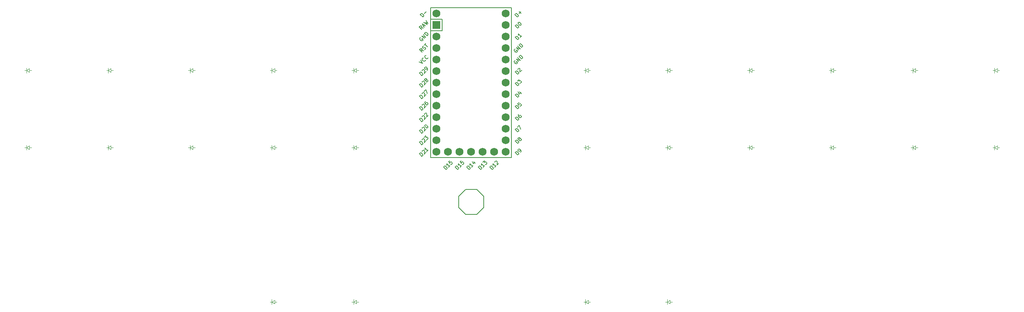
<source format=gbr>
%TF.GenerationSoftware,KiCad,Pcbnew,9.0.0*%
%TF.CreationDate,2025-03-10T18:29:08+01:00*%
%TF.ProjectId,pcb,7063622e-6b69-4636-9164-5f7063625858,v1.0.0*%
%TF.SameCoordinates,Original*%
%TF.FileFunction,Legend,Top*%
%TF.FilePolarity,Positive*%
%FSLAX46Y46*%
G04 Gerber Fmt 4.6, Leading zero omitted, Abs format (unit mm)*
G04 Created by KiCad (PCBNEW 9.0.0) date 2025-03-10 18:29:08*
%MOMM*%
%LPD*%
G01*
G04 APERTURE LIST*
%ADD10C,0.150000*%
%ADD11C,0.100000*%
%ADD12R,1.752600X1.752600*%
%ADD13C,1.752600*%
G04 APERTURE END LIST*
D10*
X207738651Y-96483710D02*
X207172966Y-95918025D01*
X207172966Y-95918025D02*
X207307653Y-95783338D01*
X207307653Y-95783338D02*
X207415403Y-95729463D01*
X207415403Y-95729463D02*
X207523152Y-95729463D01*
X207523152Y-95729463D02*
X207603964Y-95756401D01*
X207603964Y-95756401D02*
X207738651Y-95837213D01*
X207738651Y-95837213D02*
X207819464Y-95918025D01*
X207819464Y-95918025D02*
X207900276Y-96052712D01*
X207900276Y-96052712D02*
X207927213Y-96133524D01*
X207927213Y-96133524D02*
X207927213Y-96241274D01*
X207927213Y-96241274D02*
X207873338Y-96349023D01*
X207873338Y-96349023D02*
X207738651Y-96483710D01*
X208008025Y-95082966D02*
X207738651Y-95352340D01*
X207738651Y-95352340D02*
X207981088Y-95648651D01*
X207981088Y-95648651D02*
X207981088Y-95594776D01*
X207981088Y-95594776D02*
X208008025Y-95513964D01*
X208008025Y-95513964D02*
X208142712Y-95379277D01*
X208142712Y-95379277D02*
X208223525Y-95352340D01*
X208223525Y-95352340D02*
X208277399Y-95352340D01*
X208277399Y-95352340D02*
X208358212Y-95379277D01*
X208358212Y-95379277D02*
X208492899Y-95513964D01*
X208492899Y-95513964D02*
X208519836Y-95594776D01*
X208519836Y-95594776D02*
X208519836Y-95648651D01*
X208519836Y-95648651D02*
X208492899Y-95729463D01*
X208492899Y-95729463D02*
X208358212Y-95864150D01*
X208358212Y-95864150D02*
X208277399Y-95891088D01*
X208277399Y-95891088D02*
X208223525Y-95891088D01*
X207738651Y-88863710D02*
X207172966Y-88298025D01*
X207172966Y-88298025D02*
X207307653Y-88163338D01*
X207307653Y-88163338D02*
X207415403Y-88109463D01*
X207415403Y-88109463D02*
X207523152Y-88109463D01*
X207523152Y-88109463D02*
X207603964Y-88136401D01*
X207603964Y-88136401D02*
X207738651Y-88217213D01*
X207738651Y-88217213D02*
X207819464Y-88298025D01*
X207819464Y-88298025D02*
X207900276Y-88432712D01*
X207900276Y-88432712D02*
X207927213Y-88513524D01*
X207927213Y-88513524D02*
X207927213Y-88621274D01*
X207927213Y-88621274D02*
X207873338Y-88729023D01*
X207873338Y-88729023D02*
X207738651Y-88863710D01*
X207765589Y-87813152D02*
X207765589Y-87759277D01*
X207765589Y-87759277D02*
X207792526Y-87678465D01*
X207792526Y-87678465D02*
X207927213Y-87543778D01*
X207927213Y-87543778D02*
X208008025Y-87516840D01*
X208008025Y-87516840D02*
X208061900Y-87516840D01*
X208061900Y-87516840D02*
X208142712Y-87543778D01*
X208142712Y-87543778D02*
X208196587Y-87597653D01*
X208196587Y-87597653D02*
X208250462Y-87705402D01*
X208250462Y-87705402D02*
X208250462Y-88351900D01*
X208250462Y-88351900D02*
X208600648Y-88001714D01*
X186669277Y-106913085D02*
X186103592Y-106347399D01*
X186103592Y-106347399D02*
X186238279Y-106212712D01*
X186238279Y-106212712D02*
X186346028Y-106158838D01*
X186346028Y-106158838D02*
X186453778Y-106158838D01*
X186453778Y-106158838D02*
X186534590Y-106185775D01*
X186534590Y-106185775D02*
X186669277Y-106266587D01*
X186669277Y-106266587D02*
X186750089Y-106347399D01*
X186750089Y-106347399D02*
X186830901Y-106482086D01*
X186830901Y-106482086D02*
X186857839Y-106562899D01*
X186857839Y-106562899D02*
X186857839Y-106670648D01*
X186857839Y-106670648D02*
X186803964Y-106778398D01*
X186803964Y-106778398D02*
X186669277Y-106913085D01*
X186696214Y-105862526D02*
X186696214Y-105808651D01*
X186696214Y-105808651D02*
X186723152Y-105727839D01*
X186723152Y-105727839D02*
X186857839Y-105593152D01*
X186857839Y-105593152D02*
X186938651Y-105566215D01*
X186938651Y-105566215D02*
X186992526Y-105566215D01*
X186992526Y-105566215D02*
X187073338Y-105593152D01*
X187073338Y-105593152D02*
X187127213Y-105647027D01*
X187127213Y-105647027D02*
X187181088Y-105754777D01*
X187181088Y-105754777D02*
X187181088Y-106401274D01*
X187181088Y-106401274D02*
X187531274Y-106051088D01*
X188070022Y-105512340D02*
X187746773Y-105835589D01*
X187908398Y-105673964D02*
X187342712Y-105108279D01*
X187342712Y-105108279D02*
X187369650Y-105242966D01*
X187369650Y-105242966D02*
X187369650Y-105350715D01*
X187369650Y-105350715D02*
X187342712Y-105431528D01*
X186669277Y-91673085D02*
X186103592Y-91107399D01*
X186103592Y-91107399D02*
X186238279Y-90972712D01*
X186238279Y-90972712D02*
X186346028Y-90918838D01*
X186346028Y-90918838D02*
X186453778Y-90918838D01*
X186453778Y-90918838D02*
X186534590Y-90945775D01*
X186534590Y-90945775D02*
X186669277Y-91026587D01*
X186669277Y-91026587D02*
X186750089Y-91107399D01*
X186750089Y-91107399D02*
X186830901Y-91242086D01*
X186830901Y-91242086D02*
X186857839Y-91322899D01*
X186857839Y-91322899D02*
X186857839Y-91430648D01*
X186857839Y-91430648D02*
X186803964Y-91538398D01*
X186803964Y-91538398D02*
X186669277Y-91673085D01*
X186696214Y-90622526D02*
X186696214Y-90568651D01*
X186696214Y-90568651D02*
X186723152Y-90487839D01*
X186723152Y-90487839D02*
X186857839Y-90353152D01*
X186857839Y-90353152D02*
X186938651Y-90326215D01*
X186938651Y-90326215D02*
X186992526Y-90326215D01*
X186992526Y-90326215D02*
X187073338Y-90353152D01*
X187073338Y-90353152D02*
X187127213Y-90407027D01*
X187127213Y-90407027D02*
X187181088Y-90514777D01*
X187181088Y-90514777D02*
X187181088Y-91161274D01*
X187181088Y-91161274D02*
X187531274Y-90811088D01*
X187531274Y-90164590D02*
X187450462Y-90191528D01*
X187450462Y-90191528D02*
X187396587Y-90191528D01*
X187396587Y-90191528D02*
X187315775Y-90164590D01*
X187315775Y-90164590D02*
X187288837Y-90137653D01*
X187288837Y-90137653D02*
X187261900Y-90056841D01*
X187261900Y-90056841D02*
X187261900Y-90002966D01*
X187261900Y-90002966D02*
X187288837Y-89922154D01*
X187288837Y-89922154D02*
X187396587Y-89814404D01*
X187396587Y-89814404D02*
X187477399Y-89787467D01*
X187477399Y-89787467D02*
X187531274Y-89787467D01*
X187531274Y-89787467D02*
X187612086Y-89814404D01*
X187612086Y-89814404D02*
X187639024Y-89841341D01*
X187639024Y-89841341D02*
X187665961Y-89922154D01*
X187665961Y-89922154D02*
X187665961Y-89976028D01*
X187665961Y-89976028D02*
X187639024Y-90056841D01*
X187639024Y-90056841D02*
X187531274Y-90164590D01*
X187531274Y-90164590D02*
X187504337Y-90245402D01*
X187504337Y-90245402D02*
X187504337Y-90299277D01*
X187504337Y-90299277D02*
X187531274Y-90380089D01*
X187531274Y-90380089D02*
X187639024Y-90487839D01*
X187639024Y-90487839D02*
X187719836Y-90514776D01*
X187719836Y-90514776D02*
X187773711Y-90514776D01*
X187773711Y-90514776D02*
X187854523Y-90487839D01*
X187854523Y-90487839D02*
X187962272Y-90380089D01*
X187962272Y-90380089D02*
X187989210Y-90299277D01*
X187989210Y-90299277D02*
X187989210Y-90245402D01*
X187989210Y-90245402D02*
X187962272Y-90164590D01*
X187962272Y-90164590D02*
X187854523Y-90056841D01*
X187854523Y-90056841D02*
X187773711Y-90029903D01*
X187773711Y-90029903D02*
X187719836Y-90029903D01*
X187719836Y-90029903D02*
X187639024Y-90056841D01*
X207186435Y-85798431D02*
X207105623Y-85825368D01*
X207105623Y-85825368D02*
X207024811Y-85906180D01*
X207024811Y-85906180D02*
X206970936Y-86013930D01*
X206970936Y-86013930D02*
X206970936Y-86121680D01*
X206970936Y-86121680D02*
X206997873Y-86202492D01*
X206997873Y-86202492D02*
X207078685Y-86337179D01*
X207078685Y-86337179D02*
X207159498Y-86417991D01*
X207159498Y-86417991D02*
X207294185Y-86498803D01*
X207294185Y-86498803D02*
X207374997Y-86525741D01*
X207374997Y-86525741D02*
X207482746Y-86525741D01*
X207482746Y-86525741D02*
X207590496Y-86471866D01*
X207590496Y-86471866D02*
X207644371Y-86417991D01*
X207644371Y-86417991D02*
X207698246Y-86310241D01*
X207698246Y-86310241D02*
X207698246Y-86256367D01*
X207698246Y-86256367D02*
X207509684Y-86067805D01*
X207509684Y-86067805D02*
X207401934Y-86175554D01*
X207994557Y-86067805D02*
X207428872Y-85502119D01*
X207428872Y-85502119D02*
X208317806Y-85744556D01*
X208317806Y-85744556D02*
X207752120Y-85178871D01*
X208587180Y-85475182D02*
X208021494Y-84909497D01*
X208021494Y-84909497D02*
X208156181Y-84774810D01*
X208156181Y-84774810D02*
X208263931Y-84720935D01*
X208263931Y-84720935D02*
X208371680Y-84720935D01*
X208371680Y-84720935D02*
X208452493Y-84747872D01*
X208452493Y-84747872D02*
X208587180Y-84828685D01*
X208587180Y-84828685D02*
X208667992Y-84909497D01*
X208667992Y-84909497D02*
X208748804Y-85044184D01*
X208748804Y-85044184D02*
X208775741Y-85124996D01*
X208775741Y-85124996D02*
X208775741Y-85232746D01*
X208775741Y-85232746D02*
X208721867Y-85340495D01*
X208721867Y-85340495D02*
X208587180Y-85475182D01*
X186669277Y-101833085D02*
X186103592Y-101267399D01*
X186103592Y-101267399D02*
X186238279Y-101132712D01*
X186238279Y-101132712D02*
X186346028Y-101078838D01*
X186346028Y-101078838D02*
X186453778Y-101078838D01*
X186453778Y-101078838D02*
X186534590Y-101105775D01*
X186534590Y-101105775D02*
X186669277Y-101186587D01*
X186669277Y-101186587D02*
X186750089Y-101267399D01*
X186750089Y-101267399D02*
X186830901Y-101402086D01*
X186830901Y-101402086D02*
X186857839Y-101482899D01*
X186857839Y-101482899D02*
X186857839Y-101590648D01*
X186857839Y-101590648D02*
X186803964Y-101698398D01*
X186803964Y-101698398D02*
X186669277Y-101833085D01*
X186696214Y-100782526D02*
X186696214Y-100728651D01*
X186696214Y-100728651D02*
X186723152Y-100647839D01*
X186723152Y-100647839D02*
X186857839Y-100513152D01*
X186857839Y-100513152D02*
X186938651Y-100486215D01*
X186938651Y-100486215D02*
X186992526Y-100486215D01*
X186992526Y-100486215D02*
X187073338Y-100513152D01*
X187073338Y-100513152D02*
X187127213Y-100567027D01*
X187127213Y-100567027D02*
X187181088Y-100674777D01*
X187181088Y-100674777D02*
X187181088Y-101321274D01*
X187181088Y-101321274D02*
X187531274Y-100971088D01*
X187315775Y-100055216D02*
X187369650Y-100001341D01*
X187369650Y-100001341D02*
X187450462Y-99974404D01*
X187450462Y-99974404D02*
X187504337Y-99974404D01*
X187504337Y-99974404D02*
X187585149Y-100001341D01*
X187585149Y-100001341D02*
X187719836Y-100082154D01*
X187719836Y-100082154D02*
X187854523Y-100216841D01*
X187854523Y-100216841D02*
X187935335Y-100351528D01*
X187935335Y-100351528D02*
X187962272Y-100432340D01*
X187962272Y-100432340D02*
X187962272Y-100486215D01*
X187962272Y-100486215D02*
X187935335Y-100567027D01*
X187935335Y-100567027D02*
X187881460Y-100620902D01*
X187881460Y-100620902D02*
X187800648Y-100647839D01*
X187800648Y-100647839D02*
X187746773Y-100647839D01*
X187746773Y-100647839D02*
X187665961Y-100620902D01*
X187665961Y-100620902D02*
X187531274Y-100540089D01*
X187531274Y-100540089D02*
X187396587Y-100405402D01*
X187396587Y-100405402D02*
X187315775Y-100270715D01*
X187315775Y-100270715D02*
X187288837Y-100189903D01*
X187288837Y-100189903D02*
X187288837Y-100136028D01*
X187288837Y-100136028D02*
X187315775Y-100055216D01*
X207186435Y-83258431D02*
X207105623Y-83285368D01*
X207105623Y-83285368D02*
X207024811Y-83366180D01*
X207024811Y-83366180D02*
X206970936Y-83473930D01*
X206970936Y-83473930D02*
X206970936Y-83581680D01*
X206970936Y-83581680D02*
X206997873Y-83662492D01*
X206997873Y-83662492D02*
X207078685Y-83797179D01*
X207078685Y-83797179D02*
X207159498Y-83877991D01*
X207159498Y-83877991D02*
X207294185Y-83958803D01*
X207294185Y-83958803D02*
X207374997Y-83985741D01*
X207374997Y-83985741D02*
X207482746Y-83985741D01*
X207482746Y-83985741D02*
X207590496Y-83931866D01*
X207590496Y-83931866D02*
X207644371Y-83877991D01*
X207644371Y-83877991D02*
X207698246Y-83770241D01*
X207698246Y-83770241D02*
X207698246Y-83716367D01*
X207698246Y-83716367D02*
X207509684Y-83527805D01*
X207509684Y-83527805D02*
X207401934Y-83635554D01*
X207994557Y-83527805D02*
X207428872Y-82962119D01*
X207428872Y-82962119D02*
X208317806Y-83204556D01*
X208317806Y-83204556D02*
X207752120Y-82638871D01*
X208587180Y-82935182D02*
X208021494Y-82369497D01*
X208021494Y-82369497D02*
X208156181Y-82234810D01*
X208156181Y-82234810D02*
X208263931Y-82180935D01*
X208263931Y-82180935D02*
X208371680Y-82180935D01*
X208371680Y-82180935D02*
X208452493Y-82207872D01*
X208452493Y-82207872D02*
X208587180Y-82288685D01*
X208587180Y-82288685D02*
X208667992Y-82369497D01*
X208667992Y-82369497D02*
X208748804Y-82504184D01*
X208748804Y-82504184D02*
X208775741Y-82584996D01*
X208775741Y-82584996D02*
X208775741Y-82692746D01*
X208775741Y-82692746D02*
X208721867Y-82800495D01*
X208721867Y-82800495D02*
X208587180Y-82935182D01*
X194529277Y-109843085D02*
X193963592Y-109277399D01*
X193963592Y-109277399D02*
X194098279Y-109142712D01*
X194098279Y-109142712D02*
X194206028Y-109088838D01*
X194206028Y-109088838D02*
X194313778Y-109088838D01*
X194313778Y-109088838D02*
X194394590Y-109115775D01*
X194394590Y-109115775D02*
X194529277Y-109196587D01*
X194529277Y-109196587D02*
X194610089Y-109277399D01*
X194610089Y-109277399D02*
X194690901Y-109412086D01*
X194690901Y-109412086D02*
X194717839Y-109492899D01*
X194717839Y-109492899D02*
X194717839Y-109600648D01*
X194717839Y-109600648D02*
X194663964Y-109708398D01*
X194663964Y-109708398D02*
X194529277Y-109843085D01*
X195391274Y-108981088D02*
X195068025Y-109304337D01*
X195229649Y-109142712D02*
X194663964Y-108577027D01*
X194663964Y-108577027D02*
X194690901Y-108711714D01*
X194690901Y-108711714D02*
X194690901Y-108819464D01*
X194690901Y-108819464D02*
X194663964Y-108900276D01*
X195337399Y-107903592D02*
X195068025Y-108172966D01*
X195068025Y-108172966D02*
X195310462Y-108469277D01*
X195310462Y-108469277D02*
X195310462Y-108415402D01*
X195310462Y-108415402D02*
X195337399Y-108334590D01*
X195337399Y-108334590D02*
X195472086Y-108199903D01*
X195472086Y-108199903D02*
X195552898Y-108172966D01*
X195552898Y-108172966D02*
X195606773Y-108172966D01*
X195606773Y-108172966D02*
X195687585Y-108199903D01*
X195687585Y-108199903D02*
X195822272Y-108334590D01*
X195822272Y-108334590D02*
X195849210Y-108415402D01*
X195849210Y-108415402D02*
X195849210Y-108469277D01*
X195849210Y-108469277D02*
X195822272Y-108550089D01*
X195822272Y-108550089D02*
X195687585Y-108684776D01*
X195687585Y-108684776D02*
X195606773Y-108711714D01*
X195606773Y-108711714D02*
X195552898Y-108711714D01*
X186669277Y-99293085D02*
X186103592Y-98727399D01*
X186103592Y-98727399D02*
X186238279Y-98592712D01*
X186238279Y-98592712D02*
X186346028Y-98538838D01*
X186346028Y-98538838D02*
X186453778Y-98538838D01*
X186453778Y-98538838D02*
X186534590Y-98565775D01*
X186534590Y-98565775D02*
X186669277Y-98646587D01*
X186669277Y-98646587D02*
X186750089Y-98727399D01*
X186750089Y-98727399D02*
X186830901Y-98862086D01*
X186830901Y-98862086D02*
X186857839Y-98942899D01*
X186857839Y-98942899D02*
X186857839Y-99050648D01*
X186857839Y-99050648D02*
X186803964Y-99158398D01*
X186803964Y-99158398D02*
X186669277Y-99293085D01*
X186696214Y-98242526D02*
X186696214Y-98188651D01*
X186696214Y-98188651D02*
X186723152Y-98107839D01*
X186723152Y-98107839D02*
X186857839Y-97973152D01*
X186857839Y-97973152D02*
X186938651Y-97946215D01*
X186938651Y-97946215D02*
X186992526Y-97946215D01*
X186992526Y-97946215D02*
X187073338Y-97973152D01*
X187073338Y-97973152D02*
X187127213Y-98027027D01*
X187127213Y-98027027D02*
X187181088Y-98134777D01*
X187181088Y-98134777D02*
X187181088Y-98781274D01*
X187181088Y-98781274D02*
X187531274Y-98431088D01*
X187234963Y-97703778D02*
X187234963Y-97649903D01*
X187234963Y-97649903D02*
X187261900Y-97569091D01*
X187261900Y-97569091D02*
X187396587Y-97434404D01*
X187396587Y-97434404D02*
X187477399Y-97407467D01*
X187477399Y-97407467D02*
X187531274Y-97407467D01*
X187531274Y-97407467D02*
X187612086Y-97434404D01*
X187612086Y-97434404D02*
X187665961Y-97488279D01*
X187665961Y-97488279D02*
X187719836Y-97596028D01*
X187719836Y-97596028D02*
X187719836Y-98242526D01*
X187719836Y-98242526D02*
X188070022Y-97892340D01*
X186965589Y-78676773D02*
X186507653Y-78595961D01*
X186642340Y-79000022D02*
X186076654Y-78434337D01*
X186076654Y-78434337D02*
X186292154Y-78218837D01*
X186292154Y-78218837D02*
X186372966Y-78191900D01*
X186372966Y-78191900D02*
X186426841Y-78191900D01*
X186426841Y-78191900D02*
X186507653Y-78218837D01*
X186507653Y-78218837D02*
X186588465Y-78299650D01*
X186588465Y-78299650D02*
X186615402Y-78380462D01*
X186615402Y-78380462D02*
X186615402Y-78434337D01*
X186615402Y-78434337D02*
X186588465Y-78515149D01*
X186588465Y-78515149D02*
X186372966Y-78730648D01*
X187019463Y-78299650D02*
X187288837Y-78030276D01*
X187127213Y-78515149D02*
X186750089Y-77760902D01*
X186750089Y-77760902D02*
X187504337Y-78138025D01*
X187073338Y-77437653D02*
X187773710Y-77868651D01*
X187773710Y-77868651D02*
X187477399Y-77356841D01*
X187477399Y-77356841D02*
X187989210Y-77653152D01*
X187989210Y-77653152D02*
X187558211Y-76952780D01*
X186036248Y-86094743D02*
X186790496Y-86471866D01*
X186790496Y-86471866D02*
X186413372Y-85717619D01*
X187436993Y-85717619D02*
X187436993Y-85771494D01*
X187436993Y-85771494D02*
X187383118Y-85879244D01*
X187383118Y-85879244D02*
X187329243Y-85933118D01*
X187329243Y-85933118D02*
X187221494Y-85986993D01*
X187221494Y-85986993D02*
X187113744Y-85986993D01*
X187113744Y-85986993D02*
X187032932Y-85960056D01*
X187032932Y-85960056D02*
X186898245Y-85879244D01*
X186898245Y-85879244D02*
X186817433Y-85798431D01*
X186817433Y-85798431D02*
X186736621Y-85663744D01*
X186736621Y-85663744D02*
X186709683Y-85582932D01*
X186709683Y-85582932D02*
X186709683Y-85475183D01*
X186709683Y-85475183D02*
X186763558Y-85367433D01*
X186763558Y-85367433D02*
X186817433Y-85313558D01*
X186817433Y-85313558D02*
X186925182Y-85259683D01*
X186925182Y-85259683D02*
X186979057Y-85259683D01*
X188002678Y-85151934D02*
X188002678Y-85205809D01*
X188002678Y-85205809D02*
X187948804Y-85313558D01*
X187948804Y-85313558D02*
X187894929Y-85367433D01*
X187894929Y-85367433D02*
X187787179Y-85421308D01*
X187787179Y-85421308D02*
X187679430Y-85421308D01*
X187679430Y-85421308D02*
X187598617Y-85394370D01*
X187598617Y-85394370D02*
X187463930Y-85313558D01*
X187463930Y-85313558D02*
X187383118Y-85232746D01*
X187383118Y-85232746D02*
X187302306Y-85098059D01*
X187302306Y-85098059D02*
X187275369Y-85017247D01*
X187275369Y-85017247D02*
X187275369Y-84909497D01*
X187275369Y-84909497D02*
X187329243Y-84801748D01*
X187329243Y-84801748D02*
X187383118Y-84747873D01*
X187383118Y-84747873D02*
X187490868Y-84693998D01*
X187490868Y-84693998D02*
X187544743Y-84693998D01*
X186669277Y-89133085D02*
X186103592Y-88567399D01*
X186103592Y-88567399D02*
X186238279Y-88432712D01*
X186238279Y-88432712D02*
X186346028Y-88378838D01*
X186346028Y-88378838D02*
X186453778Y-88378838D01*
X186453778Y-88378838D02*
X186534590Y-88405775D01*
X186534590Y-88405775D02*
X186669277Y-88486587D01*
X186669277Y-88486587D02*
X186750089Y-88567399D01*
X186750089Y-88567399D02*
X186830901Y-88702086D01*
X186830901Y-88702086D02*
X186857839Y-88782899D01*
X186857839Y-88782899D02*
X186857839Y-88890648D01*
X186857839Y-88890648D02*
X186803964Y-88998398D01*
X186803964Y-88998398D02*
X186669277Y-89133085D01*
X186696214Y-88082526D02*
X186696214Y-88028651D01*
X186696214Y-88028651D02*
X186723152Y-87947839D01*
X186723152Y-87947839D02*
X186857839Y-87813152D01*
X186857839Y-87813152D02*
X186938651Y-87786215D01*
X186938651Y-87786215D02*
X186992526Y-87786215D01*
X186992526Y-87786215D02*
X187073338Y-87813152D01*
X187073338Y-87813152D02*
X187127213Y-87867027D01*
X187127213Y-87867027D02*
X187181088Y-87974777D01*
X187181088Y-87974777D02*
X187181088Y-88621274D01*
X187181088Y-88621274D02*
X187531274Y-88271088D01*
X187800648Y-88001714D02*
X187908398Y-87893964D01*
X187908398Y-87893964D02*
X187935335Y-87813152D01*
X187935335Y-87813152D02*
X187935335Y-87759277D01*
X187935335Y-87759277D02*
X187908398Y-87624590D01*
X187908398Y-87624590D02*
X187827585Y-87489903D01*
X187827585Y-87489903D02*
X187612086Y-87274404D01*
X187612086Y-87274404D02*
X187531274Y-87247467D01*
X187531274Y-87247467D02*
X187477399Y-87247467D01*
X187477399Y-87247467D02*
X187396587Y-87274404D01*
X187396587Y-87274404D02*
X187288837Y-87382154D01*
X187288837Y-87382154D02*
X187261900Y-87462966D01*
X187261900Y-87462966D02*
X187261900Y-87516841D01*
X187261900Y-87516841D02*
X187288837Y-87597653D01*
X187288837Y-87597653D02*
X187423524Y-87732340D01*
X187423524Y-87732340D02*
X187504337Y-87759277D01*
X187504337Y-87759277D02*
X187558211Y-87759277D01*
X187558211Y-87759277D02*
X187639024Y-87732340D01*
X187639024Y-87732340D02*
X187746773Y-87624590D01*
X187746773Y-87624590D02*
X187773711Y-87543778D01*
X187773711Y-87543778D02*
X187773711Y-87489903D01*
X187773711Y-87489903D02*
X187746773Y-87409091D01*
X187046401Y-83675961D02*
X186588465Y-83595149D01*
X186723152Y-83999210D02*
X186157467Y-83433524D01*
X186157467Y-83433524D02*
X186372966Y-83218025D01*
X186372966Y-83218025D02*
X186453778Y-83191088D01*
X186453778Y-83191088D02*
X186507653Y-83191088D01*
X186507653Y-83191088D02*
X186588465Y-83218025D01*
X186588465Y-83218025D02*
X186669277Y-83298837D01*
X186669277Y-83298837D02*
X186696215Y-83379649D01*
X186696215Y-83379649D02*
X186696215Y-83433524D01*
X186696215Y-83433524D02*
X186669277Y-83514336D01*
X186669277Y-83514336D02*
X186453778Y-83729836D01*
X187234963Y-83433524D02*
X187342712Y-83379649D01*
X187342712Y-83379649D02*
X187477399Y-83244962D01*
X187477399Y-83244962D02*
X187504337Y-83164150D01*
X187504337Y-83164150D02*
X187504337Y-83110275D01*
X187504337Y-83110275D02*
X187477399Y-83029463D01*
X187477399Y-83029463D02*
X187423525Y-82975588D01*
X187423525Y-82975588D02*
X187342712Y-82948651D01*
X187342712Y-82948651D02*
X187288838Y-82948651D01*
X187288838Y-82948651D02*
X187208025Y-82975588D01*
X187208025Y-82975588D02*
X187073338Y-83056401D01*
X187073338Y-83056401D02*
X186992526Y-83083338D01*
X186992526Y-83083338D02*
X186938651Y-83083338D01*
X186938651Y-83083338D02*
X186857839Y-83056401D01*
X186857839Y-83056401D02*
X186803964Y-83002526D01*
X186803964Y-83002526D02*
X186777027Y-82921714D01*
X186777027Y-82921714D02*
X186777027Y-82867839D01*
X186777027Y-82867839D02*
X186803964Y-82787027D01*
X186803964Y-82787027D02*
X186938651Y-82652340D01*
X186938651Y-82652340D02*
X187046401Y-82598465D01*
X187181088Y-82409903D02*
X187504337Y-82086654D01*
X187908398Y-82813964D02*
X187342713Y-82248278D01*
X207738651Y-91403710D02*
X207172966Y-90838025D01*
X207172966Y-90838025D02*
X207307653Y-90703338D01*
X207307653Y-90703338D02*
X207415403Y-90649463D01*
X207415403Y-90649463D02*
X207523152Y-90649463D01*
X207523152Y-90649463D02*
X207603964Y-90676401D01*
X207603964Y-90676401D02*
X207738651Y-90757213D01*
X207738651Y-90757213D02*
X207819464Y-90838025D01*
X207819464Y-90838025D02*
X207900276Y-90972712D01*
X207900276Y-90972712D02*
X207927213Y-91053524D01*
X207927213Y-91053524D02*
X207927213Y-91161274D01*
X207927213Y-91161274D02*
X207873338Y-91269023D01*
X207873338Y-91269023D02*
X207738651Y-91403710D01*
X207684777Y-90326214D02*
X208034963Y-89976028D01*
X208034963Y-89976028D02*
X208061900Y-90380089D01*
X208061900Y-90380089D02*
X208142712Y-90299277D01*
X208142712Y-90299277D02*
X208223525Y-90272340D01*
X208223525Y-90272340D02*
X208277399Y-90272340D01*
X208277399Y-90272340D02*
X208358212Y-90299277D01*
X208358212Y-90299277D02*
X208492899Y-90433964D01*
X208492899Y-90433964D02*
X208519836Y-90514776D01*
X208519836Y-90514776D02*
X208519836Y-90568651D01*
X208519836Y-90568651D02*
X208492899Y-90649463D01*
X208492899Y-90649463D02*
X208331274Y-90811088D01*
X208331274Y-90811088D02*
X208250462Y-90838025D01*
X208250462Y-90838025D02*
X208196587Y-90838025D01*
X191989277Y-109843085D02*
X191423592Y-109277399D01*
X191423592Y-109277399D02*
X191558279Y-109142712D01*
X191558279Y-109142712D02*
X191666028Y-109088838D01*
X191666028Y-109088838D02*
X191773778Y-109088838D01*
X191773778Y-109088838D02*
X191854590Y-109115775D01*
X191854590Y-109115775D02*
X191989277Y-109196587D01*
X191989277Y-109196587D02*
X192070089Y-109277399D01*
X192070089Y-109277399D02*
X192150901Y-109412086D01*
X192150901Y-109412086D02*
X192177839Y-109492899D01*
X192177839Y-109492899D02*
X192177839Y-109600648D01*
X192177839Y-109600648D02*
X192123964Y-109708398D01*
X192123964Y-109708398D02*
X191989277Y-109843085D01*
X192851274Y-108981088D02*
X192528025Y-109304337D01*
X192689649Y-109142712D02*
X192123964Y-108577027D01*
X192123964Y-108577027D02*
X192150901Y-108711714D01*
X192150901Y-108711714D02*
X192150901Y-108819464D01*
X192150901Y-108819464D02*
X192123964Y-108900276D01*
X192797399Y-107903592D02*
X192528025Y-108172966D01*
X192528025Y-108172966D02*
X192770462Y-108469277D01*
X192770462Y-108469277D02*
X192770462Y-108415402D01*
X192770462Y-108415402D02*
X192797399Y-108334590D01*
X192797399Y-108334590D02*
X192932086Y-108199903D01*
X192932086Y-108199903D02*
X193012898Y-108172966D01*
X193012898Y-108172966D02*
X193066773Y-108172966D01*
X193066773Y-108172966D02*
X193147585Y-108199903D01*
X193147585Y-108199903D02*
X193282272Y-108334590D01*
X193282272Y-108334590D02*
X193309210Y-108415402D01*
X193309210Y-108415402D02*
X193309210Y-108469277D01*
X193309210Y-108469277D02*
X193282272Y-108550089D01*
X193282272Y-108550089D02*
X193147585Y-108684776D01*
X193147585Y-108684776D02*
X193066773Y-108711714D01*
X193066773Y-108711714D02*
X193012898Y-108711714D01*
X207738651Y-106643710D02*
X207172966Y-106078025D01*
X207172966Y-106078025D02*
X207307653Y-105943338D01*
X207307653Y-105943338D02*
X207415403Y-105889463D01*
X207415403Y-105889463D02*
X207523152Y-105889463D01*
X207523152Y-105889463D02*
X207603964Y-105916401D01*
X207603964Y-105916401D02*
X207738651Y-105997213D01*
X207738651Y-105997213D02*
X207819464Y-106078025D01*
X207819464Y-106078025D02*
X207900276Y-106212712D01*
X207900276Y-106212712D02*
X207927213Y-106293524D01*
X207927213Y-106293524D02*
X207927213Y-106401274D01*
X207927213Y-106401274D02*
X207873338Y-106509023D01*
X207873338Y-106509023D02*
X207738651Y-106643710D01*
X208331274Y-106051088D02*
X208439024Y-105943338D01*
X208439024Y-105943338D02*
X208465961Y-105862526D01*
X208465961Y-105862526D02*
X208465961Y-105808651D01*
X208465961Y-105808651D02*
X208439024Y-105673964D01*
X208439024Y-105673964D02*
X208358212Y-105539277D01*
X208358212Y-105539277D02*
X208142712Y-105323778D01*
X208142712Y-105323778D02*
X208061900Y-105296840D01*
X208061900Y-105296840D02*
X208008025Y-105296840D01*
X208008025Y-105296840D02*
X207927213Y-105323778D01*
X207927213Y-105323778D02*
X207819464Y-105431527D01*
X207819464Y-105431527D02*
X207792526Y-105512340D01*
X207792526Y-105512340D02*
X207792526Y-105566214D01*
X207792526Y-105566214D02*
X207819464Y-105647027D01*
X207819464Y-105647027D02*
X207954151Y-105781714D01*
X207954151Y-105781714D02*
X208034963Y-105808651D01*
X208034963Y-105808651D02*
X208088838Y-105808651D01*
X208088838Y-105808651D02*
X208169650Y-105781714D01*
X208169650Y-105781714D02*
X208277399Y-105673964D01*
X208277399Y-105673964D02*
X208304337Y-105593152D01*
X208304337Y-105593152D02*
X208304337Y-105539277D01*
X208304337Y-105539277D02*
X208277399Y-105458465D01*
X186386435Y-80718431D02*
X186305623Y-80745368D01*
X186305623Y-80745368D02*
X186224811Y-80826180D01*
X186224811Y-80826180D02*
X186170936Y-80933930D01*
X186170936Y-80933930D02*
X186170936Y-81041680D01*
X186170936Y-81041680D02*
X186197873Y-81122492D01*
X186197873Y-81122492D02*
X186278685Y-81257179D01*
X186278685Y-81257179D02*
X186359498Y-81337991D01*
X186359498Y-81337991D02*
X186494185Y-81418803D01*
X186494185Y-81418803D02*
X186574997Y-81445741D01*
X186574997Y-81445741D02*
X186682746Y-81445741D01*
X186682746Y-81445741D02*
X186790496Y-81391866D01*
X186790496Y-81391866D02*
X186844371Y-81337991D01*
X186844371Y-81337991D02*
X186898246Y-81230241D01*
X186898246Y-81230241D02*
X186898246Y-81176367D01*
X186898246Y-81176367D02*
X186709684Y-80987805D01*
X186709684Y-80987805D02*
X186601934Y-81095554D01*
X187194557Y-80987805D02*
X186628872Y-80422119D01*
X186628872Y-80422119D02*
X187517806Y-80664556D01*
X187517806Y-80664556D02*
X186952120Y-80098871D01*
X187787180Y-80395182D02*
X187221494Y-79829497D01*
X187221494Y-79829497D02*
X187356181Y-79694810D01*
X187356181Y-79694810D02*
X187463931Y-79640935D01*
X187463931Y-79640935D02*
X187571680Y-79640935D01*
X187571680Y-79640935D02*
X187652493Y-79667872D01*
X187652493Y-79667872D02*
X187787180Y-79748685D01*
X187787180Y-79748685D02*
X187867992Y-79829497D01*
X187867992Y-79829497D02*
X187948804Y-79964184D01*
X187948804Y-79964184D02*
X187975741Y-80044996D01*
X187975741Y-80044996D02*
X187975741Y-80152746D01*
X187975741Y-80152746D02*
X187921867Y-80260495D01*
X187921867Y-80260495D02*
X187787180Y-80395182D01*
X186857839Y-76244523D02*
X186292154Y-75678837D01*
X186292154Y-75678837D02*
X186426841Y-75544150D01*
X186426841Y-75544150D02*
X186534590Y-75490276D01*
X186534590Y-75490276D02*
X186642340Y-75490276D01*
X186642340Y-75490276D02*
X186723152Y-75517213D01*
X186723152Y-75517213D02*
X186857839Y-75598025D01*
X186857839Y-75598025D02*
X186938651Y-75678837D01*
X186938651Y-75678837D02*
X187019463Y-75813524D01*
X187019463Y-75813524D02*
X187046401Y-75894337D01*
X187046401Y-75894337D02*
X187046401Y-76002086D01*
X187046401Y-76002086D02*
X186992526Y-76109836D01*
X186992526Y-76109836D02*
X186857839Y-76244523D01*
X187208025Y-75463338D02*
X187639024Y-75032340D01*
X207657839Y-76244523D02*
X207092154Y-75678837D01*
X207092154Y-75678837D02*
X207226841Y-75544150D01*
X207226841Y-75544150D02*
X207334590Y-75490276D01*
X207334590Y-75490276D02*
X207442340Y-75490276D01*
X207442340Y-75490276D02*
X207523152Y-75517213D01*
X207523152Y-75517213D02*
X207657839Y-75598025D01*
X207657839Y-75598025D02*
X207738651Y-75678837D01*
X207738651Y-75678837D02*
X207819463Y-75813524D01*
X207819463Y-75813524D02*
X207846401Y-75894337D01*
X207846401Y-75894337D02*
X207846401Y-76002086D01*
X207846401Y-76002086D02*
X207792526Y-76109836D01*
X207792526Y-76109836D02*
X207657839Y-76244523D01*
X208008025Y-75463338D02*
X208439024Y-75032340D01*
X208439024Y-75463338D02*
X208008025Y-75032340D01*
X197069277Y-109843085D02*
X196503592Y-109277399D01*
X196503592Y-109277399D02*
X196638279Y-109142712D01*
X196638279Y-109142712D02*
X196746028Y-109088838D01*
X196746028Y-109088838D02*
X196853778Y-109088838D01*
X196853778Y-109088838D02*
X196934590Y-109115775D01*
X196934590Y-109115775D02*
X197069277Y-109196587D01*
X197069277Y-109196587D02*
X197150089Y-109277399D01*
X197150089Y-109277399D02*
X197230901Y-109412086D01*
X197230901Y-109412086D02*
X197257839Y-109492899D01*
X197257839Y-109492899D02*
X197257839Y-109600648D01*
X197257839Y-109600648D02*
X197203964Y-109708398D01*
X197203964Y-109708398D02*
X197069277Y-109843085D01*
X197931274Y-108981088D02*
X197608025Y-109304337D01*
X197769649Y-109142712D02*
X197203964Y-108577027D01*
X197203964Y-108577027D02*
X197230901Y-108711714D01*
X197230901Y-108711714D02*
X197230901Y-108819464D01*
X197230901Y-108819464D02*
X197203964Y-108900276D01*
X198039024Y-108119091D02*
X198416147Y-108496215D01*
X197688837Y-108038279D02*
X197958211Y-108577027D01*
X197958211Y-108577027D02*
X198308398Y-108226841D01*
X207738651Y-99023710D02*
X207172966Y-98458025D01*
X207172966Y-98458025D02*
X207307653Y-98323338D01*
X207307653Y-98323338D02*
X207415403Y-98269463D01*
X207415403Y-98269463D02*
X207523152Y-98269463D01*
X207523152Y-98269463D02*
X207603964Y-98296401D01*
X207603964Y-98296401D02*
X207738651Y-98377213D01*
X207738651Y-98377213D02*
X207819464Y-98458025D01*
X207819464Y-98458025D02*
X207900276Y-98592712D01*
X207900276Y-98592712D02*
X207927213Y-98673524D01*
X207927213Y-98673524D02*
X207927213Y-98781274D01*
X207927213Y-98781274D02*
X207873338Y-98889023D01*
X207873338Y-98889023D02*
X207738651Y-99023710D01*
X207981088Y-97649903D02*
X207873338Y-97757653D01*
X207873338Y-97757653D02*
X207846401Y-97838465D01*
X207846401Y-97838465D02*
X207846401Y-97892340D01*
X207846401Y-97892340D02*
X207873338Y-98027027D01*
X207873338Y-98027027D02*
X207954151Y-98161714D01*
X207954151Y-98161714D02*
X208169650Y-98377213D01*
X208169650Y-98377213D02*
X208250462Y-98404150D01*
X208250462Y-98404150D02*
X208304337Y-98404150D01*
X208304337Y-98404150D02*
X208385149Y-98377213D01*
X208385149Y-98377213D02*
X208492899Y-98269463D01*
X208492899Y-98269463D02*
X208519836Y-98188651D01*
X208519836Y-98188651D02*
X208519836Y-98134776D01*
X208519836Y-98134776D02*
X208492899Y-98053964D01*
X208492899Y-98053964D02*
X208358212Y-97919277D01*
X208358212Y-97919277D02*
X208277399Y-97892340D01*
X208277399Y-97892340D02*
X208223525Y-97892340D01*
X208223525Y-97892340D02*
X208142712Y-97919277D01*
X208142712Y-97919277D02*
X208034963Y-98027027D01*
X208034963Y-98027027D02*
X208008025Y-98107839D01*
X208008025Y-98107839D02*
X208008025Y-98161714D01*
X208008025Y-98161714D02*
X208034963Y-98242526D01*
X186669277Y-104373085D02*
X186103592Y-103807399D01*
X186103592Y-103807399D02*
X186238279Y-103672712D01*
X186238279Y-103672712D02*
X186346028Y-103618838D01*
X186346028Y-103618838D02*
X186453778Y-103618838D01*
X186453778Y-103618838D02*
X186534590Y-103645775D01*
X186534590Y-103645775D02*
X186669277Y-103726587D01*
X186669277Y-103726587D02*
X186750089Y-103807399D01*
X186750089Y-103807399D02*
X186830901Y-103942086D01*
X186830901Y-103942086D02*
X186857839Y-104022899D01*
X186857839Y-104022899D02*
X186857839Y-104130648D01*
X186857839Y-104130648D02*
X186803964Y-104238398D01*
X186803964Y-104238398D02*
X186669277Y-104373085D01*
X186696214Y-103322526D02*
X186696214Y-103268651D01*
X186696214Y-103268651D02*
X186723152Y-103187839D01*
X186723152Y-103187839D02*
X186857839Y-103053152D01*
X186857839Y-103053152D02*
X186938651Y-103026215D01*
X186938651Y-103026215D02*
X186992526Y-103026215D01*
X186992526Y-103026215D02*
X187073338Y-103053152D01*
X187073338Y-103053152D02*
X187127213Y-103107027D01*
X187127213Y-103107027D02*
X187181088Y-103214777D01*
X187181088Y-103214777D02*
X187181088Y-103861274D01*
X187181088Y-103861274D02*
X187531274Y-103511088D01*
X187154150Y-102756841D02*
X187504337Y-102406654D01*
X187504337Y-102406654D02*
X187531274Y-102810715D01*
X187531274Y-102810715D02*
X187612086Y-102729903D01*
X187612086Y-102729903D02*
X187692898Y-102702966D01*
X187692898Y-102702966D02*
X187746773Y-102702966D01*
X187746773Y-102702966D02*
X187827585Y-102729903D01*
X187827585Y-102729903D02*
X187962272Y-102864590D01*
X187962272Y-102864590D02*
X187989210Y-102945402D01*
X187989210Y-102945402D02*
X187989210Y-102999277D01*
X187989210Y-102999277D02*
X187962272Y-103080089D01*
X187962272Y-103080089D02*
X187800648Y-103241714D01*
X187800648Y-103241714D02*
X187719836Y-103268651D01*
X187719836Y-103268651D02*
X187665961Y-103268651D01*
X207738651Y-78703710D02*
X207172966Y-78138025D01*
X207172966Y-78138025D02*
X207307653Y-78003338D01*
X207307653Y-78003338D02*
X207415403Y-77949463D01*
X207415403Y-77949463D02*
X207523152Y-77949463D01*
X207523152Y-77949463D02*
X207603964Y-77976401D01*
X207603964Y-77976401D02*
X207738651Y-78057213D01*
X207738651Y-78057213D02*
X207819464Y-78138025D01*
X207819464Y-78138025D02*
X207900276Y-78272712D01*
X207900276Y-78272712D02*
X207927213Y-78353524D01*
X207927213Y-78353524D02*
X207927213Y-78461274D01*
X207927213Y-78461274D02*
X207873338Y-78569023D01*
X207873338Y-78569023D02*
X207738651Y-78703710D01*
X207846401Y-77464590D02*
X207900276Y-77410715D01*
X207900276Y-77410715D02*
X207981088Y-77383778D01*
X207981088Y-77383778D02*
X208034963Y-77383778D01*
X208034963Y-77383778D02*
X208115775Y-77410715D01*
X208115775Y-77410715D02*
X208250462Y-77491527D01*
X208250462Y-77491527D02*
X208385149Y-77626214D01*
X208385149Y-77626214D02*
X208465961Y-77760901D01*
X208465961Y-77760901D02*
X208492899Y-77841714D01*
X208492899Y-77841714D02*
X208492899Y-77895588D01*
X208492899Y-77895588D02*
X208465961Y-77976401D01*
X208465961Y-77976401D02*
X208412087Y-78030275D01*
X208412087Y-78030275D02*
X208331274Y-78057213D01*
X208331274Y-78057213D02*
X208277399Y-78057213D01*
X208277399Y-78057213D02*
X208196587Y-78030275D01*
X208196587Y-78030275D02*
X208061900Y-77949463D01*
X208061900Y-77949463D02*
X207927213Y-77814776D01*
X207927213Y-77814776D02*
X207846401Y-77680089D01*
X207846401Y-77680089D02*
X207819464Y-77599277D01*
X207819464Y-77599277D02*
X207819464Y-77545402D01*
X207819464Y-77545402D02*
X207846401Y-77464590D01*
X207738651Y-93943710D02*
X207172966Y-93378025D01*
X207172966Y-93378025D02*
X207307653Y-93243338D01*
X207307653Y-93243338D02*
X207415403Y-93189463D01*
X207415403Y-93189463D02*
X207523152Y-93189463D01*
X207523152Y-93189463D02*
X207603964Y-93216401D01*
X207603964Y-93216401D02*
X207738651Y-93297213D01*
X207738651Y-93297213D02*
X207819464Y-93378025D01*
X207819464Y-93378025D02*
X207900276Y-93512712D01*
X207900276Y-93512712D02*
X207927213Y-93593524D01*
X207927213Y-93593524D02*
X207927213Y-93701274D01*
X207927213Y-93701274D02*
X207873338Y-93809023D01*
X207873338Y-93809023D02*
X207738651Y-93943710D01*
X208169650Y-92758465D02*
X208546774Y-93135588D01*
X207819464Y-92677653D02*
X208088838Y-93216401D01*
X208088838Y-93216401D02*
X208439024Y-92866214D01*
X186669277Y-94213085D02*
X186103592Y-93647399D01*
X186103592Y-93647399D02*
X186238279Y-93512712D01*
X186238279Y-93512712D02*
X186346028Y-93458838D01*
X186346028Y-93458838D02*
X186453778Y-93458838D01*
X186453778Y-93458838D02*
X186534590Y-93485775D01*
X186534590Y-93485775D02*
X186669277Y-93566587D01*
X186669277Y-93566587D02*
X186750089Y-93647399D01*
X186750089Y-93647399D02*
X186830901Y-93782086D01*
X186830901Y-93782086D02*
X186857839Y-93862899D01*
X186857839Y-93862899D02*
X186857839Y-93970648D01*
X186857839Y-93970648D02*
X186803964Y-94078398D01*
X186803964Y-94078398D02*
X186669277Y-94213085D01*
X186696214Y-93162526D02*
X186696214Y-93108651D01*
X186696214Y-93108651D02*
X186723152Y-93027839D01*
X186723152Y-93027839D02*
X186857839Y-92893152D01*
X186857839Y-92893152D02*
X186938651Y-92866215D01*
X186938651Y-92866215D02*
X186992526Y-92866215D01*
X186992526Y-92866215D02*
X187073338Y-92893152D01*
X187073338Y-92893152D02*
X187127213Y-92947027D01*
X187127213Y-92947027D02*
X187181088Y-93054777D01*
X187181088Y-93054777D02*
X187181088Y-93701274D01*
X187181088Y-93701274D02*
X187531274Y-93351088D01*
X187154150Y-92596841D02*
X187531274Y-92219717D01*
X187531274Y-92219717D02*
X187854523Y-93027839D01*
X202149277Y-109843085D02*
X201583592Y-109277399D01*
X201583592Y-109277399D02*
X201718279Y-109142712D01*
X201718279Y-109142712D02*
X201826028Y-109088838D01*
X201826028Y-109088838D02*
X201933778Y-109088838D01*
X201933778Y-109088838D02*
X202014590Y-109115775D01*
X202014590Y-109115775D02*
X202149277Y-109196587D01*
X202149277Y-109196587D02*
X202230089Y-109277399D01*
X202230089Y-109277399D02*
X202310901Y-109412086D01*
X202310901Y-109412086D02*
X202337839Y-109492899D01*
X202337839Y-109492899D02*
X202337839Y-109600648D01*
X202337839Y-109600648D02*
X202283964Y-109708398D01*
X202283964Y-109708398D02*
X202149277Y-109843085D01*
X203011274Y-108981088D02*
X202688025Y-109304337D01*
X202849649Y-109142712D02*
X202283964Y-108577027D01*
X202283964Y-108577027D02*
X202310901Y-108711714D01*
X202310901Y-108711714D02*
X202310901Y-108819464D01*
X202310901Y-108819464D02*
X202283964Y-108900276D01*
X202714963Y-108253778D02*
X202714963Y-108199903D01*
X202714963Y-108199903D02*
X202741900Y-108119091D01*
X202741900Y-108119091D02*
X202876587Y-107984404D01*
X202876587Y-107984404D02*
X202957399Y-107957467D01*
X202957399Y-107957467D02*
X203011274Y-107957467D01*
X203011274Y-107957467D02*
X203092086Y-107984404D01*
X203092086Y-107984404D02*
X203145961Y-108038279D01*
X203145961Y-108038279D02*
X203199836Y-108146028D01*
X203199836Y-108146028D02*
X203199836Y-108792526D01*
X203199836Y-108792526D02*
X203550022Y-108442340D01*
X207738651Y-101563710D02*
X207172966Y-100998025D01*
X207172966Y-100998025D02*
X207307653Y-100863338D01*
X207307653Y-100863338D02*
X207415403Y-100809463D01*
X207415403Y-100809463D02*
X207523152Y-100809463D01*
X207523152Y-100809463D02*
X207603964Y-100836401D01*
X207603964Y-100836401D02*
X207738651Y-100917213D01*
X207738651Y-100917213D02*
X207819464Y-100998025D01*
X207819464Y-100998025D02*
X207900276Y-101132712D01*
X207900276Y-101132712D02*
X207927213Y-101213524D01*
X207927213Y-101213524D02*
X207927213Y-101321274D01*
X207927213Y-101321274D02*
X207873338Y-101429023D01*
X207873338Y-101429023D02*
X207738651Y-101563710D01*
X207684777Y-100486214D02*
X208061900Y-100109091D01*
X208061900Y-100109091D02*
X208385149Y-100917213D01*
X207738651Y-81243710D02*
X207172966Y-80678025D01*
X207172966Y-80678025D02*
X207307653Y-80543338D01*
X207307653Y-80543338D02*
X207415403Y-80489463D01*
X207415403Y-80489463D02*
X207523152Y-80489463D01*
X207523152Y-80489463D02*
X207603964Y-80516401D01*
X207603964Y-80516401D02*
X207738651Y-80597213D01*
X207738651Y-80597213D02*
X207819464Y-80678025D01*
X207819464Y-80678025D02*
X207900276Y-80812712D01*
X207900276Y-80812712D02*
X207927213Y-80893524D01*
X207927213Y-80893524D02*
X207927213Y-81001274D01*
X207927213Y-81001274D02*
X207873338Y-81109023D01*
X207873338Y-81109023D02*
X207738651Y-81243710D01*
X208600648Y-80381714D02*
X208277399Y-80704962D01*
X208439024Y-80543338D02*
X207873338Y-79977653D01*
X207873338Y-79977653D02*
X207900276Y-80112340D01*
X207900276Y-80112340D02*
X207900276Y-80220089D01*
X207900276Y-80220089D02*
X207873338Y-80300901D01*
X207738651Y-104103710D02*
X207172966Y-103538025D01*
X207172966Y-103538025D02*
X207307653Y-103403338D01*
X207307653Y-103403338D02*
X207415403Y-103349463D01*
X207415403Y-103349463D02*
X207523152Y-103349463D01*
X207523152Y-103349463D02*
X207603964Y-103376401D01*
X207603964Y-103376401D02*
X207738651Y-103457213D01*
X207738651Y-103457213D02*
X207819464Y-103538025D01*
X207819464Y-103538025D02*
X207900276Y-103672712D01*
X207900276Y-103672712D02*
X207927213Y-103753524D01*
X207927213Y-103753524D02*
X207927213Y-103861274D01*
X207927213Y-103861274D02*
X207873338Y-103969023D01*
X207873338Y-103969023D02*
X207738651Y-104103710D01*
X208061900Y-103133964D02*
X207981088Y-103160901D01*
X207981088Y-103160901D02*
X207927213Y-103160901D01*
X207927213Y-103160901D02*
X207846401Y-103133964D01*
X207846401Y-103133964D02*
X207819464Y-103107027D01*
X207819464Y-103107027D02*
X207792526Y-103026214D01*
X207792526Y-103026214D02*
X207792526Y-102972340D01*
X207792526Y-102972340D02*
X207819464Y-102891527D01*
X207819464Y-102891527D02*
X207927213Y-102783778D01*
X207927213Y-102783778D02*
X208008025Y-102756840D01*
X208008025Y-102756840D02*
X208061900Y-102756840D01*
X208061900Y-102756840D02*
X208142712Y-102783778D01*
X208142712Y-102783778D02*
X208169650Y-102810715D01*
X208169650Y-102810715D02*
X208196587Y-102891527D01*
X208196587Y-102891527D02*
X208196587Y-102945402D01*
X208196587Y-102945402D02*
X208169650Y-103026214D01*
X208169650Y-103026214D02*
X208061900Y-103133964D01*
X208061900Y-103133964D02*
X208034963Y-103214776D01*
X208034963Y-103214776D02*
X208034963Y-103268651D01*
X208034963Y-103268651D02*
X208061900Y-103349463D01*
X208061900Y-103349463D02*
X208169650Y-103457213D01*
X208169650Y-103457213D02*
X208250462Y-103484150D01*
X208250462Y-103484150D02*
X208304337Y-103484150D01*
X208304337Y-103484150D02*
X208385149Y-103457213D01*
X208385149Y-103457213D02*
X208492899Y-103349463D01*
X208492899Y-103349463D02*
X208519836Y-103268651D01*
X208519836Y-103268651D02*
X208519836Y-103214776D01*
X208519836Y-103214776D02*
X208492899Y-103133964D01*
X208492899Y-103133964D02*
X208385149Y-103026214D01*
X208385149Y-103026214D02*
X208304337Y-102999277D01*
X208304337Y-102999277D02*
X208250462Y-102999277D01*
X208250462Y-102999277D02*
X208169650Y-103026214D01*
X199609277Y-109843085D02*
X199043592Y-109277399D01*
X199043592Y-109277399D02*
X199178279Y-109142712D01*
X199178279Y-109142712D02*
X199286028Y-109088838D01*
X199286028Y-109088838D02*
X199393778Y-109088838D01*
X199393778Y-109088838D02*
X199474590Y-109115775D01*
X199474590Y-109115775D02*
X199609277Y-109196587D01*
X199609277Y-109196587D02*
X199690089Y-109277399D01*
X199690089Y-109277399D02*
X199770901Y-109412086D01*
X199770901Y-109412086D02*
X199797839Y-109492899D01*
X199797839Y-109492899D02*
X199797839Y-109600648D01*
X199797839Y-109600648D02*
X199743964Y-109708398D01*
X199743964Y-109708398D02*
X199609277Y-109843085D01*
X200471274Y-108981088D02*
X200148025Y-109304337D01*
X200309649Y-109142712D02*
X199743964Y-108577027D01*
X199743964Y-108577027D02*
X199770901Y-108711714D01*
X199770901Y-108711714D02*
X199770901Y-108819464D01*
X199770901Y-108819464D02*
X199743964Y-108900276D01*
X200094150Y-108226841D02*
X200444337Y-107876654D01*
X200444337Y-107876654D02*
X200471274Y-108280715D01*
X200471274Y-108280715D02*
X200552086Y-108199903D01*
X200552086Y-108199903D02*
X200632898Y-108172966D01*
X200632898Y-108172966D02*
X200686773Y-108172966D01*
X200686773Y-108172966D02*
X200767585Y-108199903D01*
X200767585Y-108199903D02*
X200902272Y-108334590D01*
X200902272Y-108334590D02*
X200929210Y-108415402D01*
X200929210Y-108415402D02*
X200929210Y-108469277D01*
X200929210Y-108469277D02*
X200902272Y-108550089D01*
X200902272Y-108550089D02*
X200740648Y-108711714D01*
X200740648Y-108711714D02*
X200659836Y-108738651D01*
X200659836Y-108738651D02*
X200605961Y-108738651D01*
X186669277Y-96753085D02*
X186103592Y-96187399D01*
X186103592Y-96187399D02*
X186238279Y-96052712D01*
X186238279Y-96052712D02*
X186346028Y-95998838D01*
X186346028Y-95998838D02*
X186453778Y-95998838D01*
X186453778Y-95998838D02*
X186534590Y-96025775D01*
X186534590Y-96025775D02*
X186669277Y-96106587D01*
X186669277Y-96106587D02*
X186750089Y-96187399D01*
X186750089Y-96187399D02*
X186830901Y-96322086D01*
X186830901Y-96322086D02*
X186857839Y-96402899D01*
X186857839Y-96402899D02*
X186857839Y-96510648D01*
X186857839Y-96510648D02*
X186803964Y-96618398D01*
X186803964Y-96618398D02*
X186669277Y-96753085D01*
X186696214Y-95702526D02*
X186696214Y-95648651D01*
X186696214Y-95648651D02*
X186723152Y-95567839D01*
X186723152Y-95567839D02*
X186857839Y-95433152D01*
X186857839Y-95433152D02*
X186938651Y-95406215D01*
X186938651Y-95406215D02*
X186992526Y-95406215D01*
X186992526Y-95406215D02*
X187073338Y-95433152D01*
X187073338Y-95433152D02*
X187127213Y-95487027D01*
X187127213Y-95487027D02*
X187181088Y-95594777D01*
X187181088Y-95594777D02*
X187181088Y-96241274D01*
X187181088Y-96241274D02*
X187531274Y-95891088D01*
X187450462Y-94840529D02*
X187342712Y-94948279D01*
X187342712Y-94948279D02*
X187315775Y-95029091D01*
X187315775Y-95029091D02*
X187315775Y-95082966D01*
X187315775Y-95082966D02*
X187342712Y-95217653D01*
X187342712Y-95217653D02*
X187423524Y-95352340D01*
X187423524Y-95352340D02*
X187639024Y-95567839D01*
X187639024Y-95567839D02*
X187719836Y-95594776D01*
X187719836Y-95594776D02*
X187773711Y-95594776D01*
X187773711Y-95594776D02*
X187854523Y-95567839D01*
X187854523Y-95567839D02*
X187962272Y-95460089D01*
X187962272Y-95460089D02*
X187989210Y-95379277D01*
X187989210Y-95379277D02*
X187989210Y-95325402D01*
X187989210Y-95325402D02*
X187962272Y-95244590D01*
X187962272Y-95244590D02*
X187827585Y-95109903D01*
X187827585Y-95109903D02*
X187746773Y-95082966D01*
X187746773Y-95082966D02*
X187692898Y-95082966D01*
X187692898Y-95082966D02*
X187612086Y-95109903D01*
X187612086Y-95109903D02*
X187504337Y-95217653D01*
X187504337Y-95217653D02*
X187477399Y-95298465D01*
X187477399Y-95298465D02*
X187477399Y-95352340D01*
X187477399Y-95352340D02*
X187504337Y-95433152D01*
%TO.C,B1*%
X194750000Y-115750000D02*
X194750000Y-118250000D01*
X194750000Y-115750000D02*
X196250000Y-114250000D01*
X194750000Y-118250000D02*
X196250000Y-119750000D01*
X196250000Y-114250000D02*
X198750000Y-114250000D01*
X196250000Y-119750000D02*
X198750000Y-119750000D01*
X200250000Y-115750000D02*
X198750000Y-114250000D01*
X200250000Y-115750000D02*
X200250000Y-118250000D01*
X200250000Y-118250000D02*
X198750000Y-119750000D01*
D11*
%TO.C,D13*%
X240250000Y-105000000D02*
X240650000Y-105000000D01*
X240650000Y-105000000D02*
X240650000Y-104450000D01*
X240650000Y-105000000D02*
X240650000Y-105550000D01*
X240650000Y-105000000D02*
X241250000Y-104600000D01*
X241250000Y-104600000D02*
X241250000Y-105400000D01*
X241250000Y-105000000D02*
X241750000Y-105000000D01*
X241250000Y-105400000D02*
X240650000Y-105000000D01*
%TO.C,D14*%
X240250000Y-88000000D02*
X240650000Y-88000000D01*
X240650000Y-88000000D02*
X240650000Y-87450000D01*
X240650000Y-88000000D02*
X240650000Y-88550000D01*
X240650000Y-88000000D02*
X241250000Y-87600000D01*
X241250000Y-87600000D02*
X241250000Y-88400000D01*
X241250000Y-88000000D02*
X241750000Y-88000000D01*
X241250000Y-88400000D02*
X240650000Y-88000000D01*
%TO.C,D5*%
X135250000Y-105000000D02*
X135650000Y-105000000D01*
X135650000Y-105000000D02*
X135650000Y-104450000D01*
X135650000Y-105000000D02*
X135650000Y-105550000D01*
X135650000Y-105000000D02*
X136250000Y-104600000D01*
X136250000Y-104600000D02*
X136250000Y-105400000D01*
X136250000Y-105000000D02*
X136750000Y-105000000D01*
X136250000Y-105400000D02*
X135650000Y-105000000D01*
%TO.C,D24*%
X171250000Y-139000000D02*
X171650000Y-139000000D01*
X171650000Y-139000000D02*
X171650000Y-138450000D01*
X171650000Y-139000000D02*
X171650000Y-139550000D01*
X171650000Y-139000000D02*
X172250000Y-138600000D01*
X172250000Y-138600000D02*
X172250000Y-139400000D01*
X172250000Y-139000000D02*
X172750000Y-139000000D01*
X172250000Y-139400000D02*
X171650000Y-139000000D01*
%TO.C,D17*%
X276250000Y-105000000D02*
X276650000Y-105000000D01*
X276650000Y-105000000D02*
X276650000Y-104450000D01*
X276650000Y-105000000D02*
X276650000Y-105550000D01*
X276650000Y-105000000D02*
X277250000Y-104600000D01*
X277250000Y-104600000D02*
X277250000Y-105400000D01*
X277250000Y-105000000D02*
X277750000Y-105000000D01*
X277250000Y-105400000D02*
X276650000Y-105000000D01*
%TO.C,D1*%
X99250000Y-105000000D02*
X99650000Y-105000000D01*
X99650000Y-105000000D02*
X99650000Y-104450000D01*
X99650000Y-105000000D02*
X99650000Y-105550000D01*
X99650000Y-105000000D02*
X100250000Y-104600000D01*
X100250000Y-104600000D02*
X100250000Y-105400000D01*
X100250000Y-105000000D02*
X100750000Y-105000000D01*
X100250000Y-105400000D02*
X99650000Y-105000000D01*
%TO.C,D16*%
X258250000Y-88000000D02*
X258650000Y-88000000D01*
X258650000Y-88000000D02*
X258650000Y-87450000D01*
X258650000Y-88000000D02*
X258650000Y-88550000D01*
X258650000Y-88000000D02*
X259250000Y-87600000D01*
X259250000Y-87600000D02*
X259250000Y-88400000D01*
X259250000Y-88000000D02*
X259750000Y-88000000D01*
X259250000Y-88400000D02*
X258650000Y-88000000D01*
%TO.C,D22*%
X312250000Y-88000000D02*
X312650000Y-88000000D01*
X312650000Y-88000000D02*
X312650000Y-87450000D01*
X312650000Y-88000000D02*
X312650000Y-88550000D01*
X312650000Y-88000000D02*
X313250000Y-87600000D01*
X313250000Y-87600000D02*
X313250000Y-88400000D01*
X313250000Y-88000000D02*
X313750000Y-88000000D01*
X313250000Y-88400000D02*
X312650000Y-88000000D01*
%TO.C,D19*%
X294250000Y-105000000D02*
X294650000Y-105000000D01*
X294650000Y-105000000D02*
X294650000Y-104450000D01*
X294650000Y-105000000D02*
X294650000Y-105550000D01*
X294650000Y-105000000D02*
X295250000Y-104600000D01*
X295250000Y-104600000D02*
X295250000Y-105400000D01*
X295250000Y-105000000D02*
X295750000Y-105000000D01*
X295250000Y-105400000D02*
X294650000Y-105000000D01*
%TO.C,D2*%
X99250000Y-88000000D02*
X99650000Y-88000000D01*
X99650000Y-88000000D02*
X99650000Y-87450000D01*
X99650000Y-88000000D02*
X99650000Y-88550000D01*
X99650000Y-88000000D02*
X100250000Y-87600000D01*
X100250000Y-87600000D02*
X100250000Y-88400000D01*
X100250000Y-88000000D02*
X100750000Y-88000000D01*
X100250000Y-88400000D02*
X99650000Y-88000000D01*
%TO.C,D9*%
X171250000Y-105000000D02*
X171650000Y-105000000D01*
X171650000Y-105000000D02*
X171650000Y-104450000D01*
X171650000Y-105000000D02*
X171650000Y-105550000D01*
X171650000Y-105000000D02*
X172250000Y-104600000D01*
X172250000Y-104600000D02*
X172250000Y-105400000D01*
X172250000Y-105000000D02*
X172750000Y-105000000D01*
X172250000Y-105400000D02*
X171650000Y-105000000D01*
%TO.C,D20*%
X294250000Y-88000000D02*
X294650000Y-88000000D01*
X294650000Y-88000000D02*
X294650000Y-87450000D01*
X294650000Y-88000000D02*
X294650000Y-88550000D01*
X294650000Y-88000000D02*
X295250000Y-87600000D01*
X295250000Y-87600000D02*
X295250000Y-88400000D01*
X295250000Y-88000000D02*
X295750000Y-88000000D01*
X295250000Y-88400000D02*
X294650000Y-88000000D01*
%TO.C,D3*%
X117250000Y-105000000D02*
X117650000Y-105000000D01*
X117650000Y-105000000D02*
X117650000Y-104450000D01*
X117650000Y-105000000D02*
X117650000Y-105550000D01*
X117650000Y-105000000D02*
X118250000Y-104600000D01*
X118250000Y-104600000D02*
X118250000Y-105400000D01*
X118250000Y-105000000D02*
X118750000Y-105000000D01*
X118250000Y-105400000D02*
X117650000Y-105000000D01*
%TO.C,D26*%
X240250000Y-139000000D02*
X240650000Y-139000000D01*
X240650000Y-139000000D02*
X240650000Y-138450000D01*
X240650000Y-139000000D02*
X240650000Y-139550000D01*
X240650000Y-139000000D02*
X241250000Y-138600000D01*
X241250000Y-138600000D02*
X241250000Y-139400000D01*
X241250000Y-139000000D02*
X241750000Y-139000000D01*
X241250000Y-139400000D02*
X240650000Y-139000000D01*
%TO.C,D21*%
X312250000Y-105000000D02*
X312650000Y-105000000D01*
X312650000Y-105000000D02*
X312650000Y-104450000D01*
X312650000Y-105000000D02*
X312650000Y-105550000D01*
X312650000Y-105000000D02*
X313250000Y-104600000D01*
X313250000Y-104600000D02*
X313250000Y-105400000D01*
X313250000Y-105000000D02*
X313750000Y-105000000D01*
X313250000Y-105400000D02*
X312650000Y-105000000D01*
D10*
%TO.C,MCU1*%
X188610000Y-74220000D02*
X188610000Y-107240000D01*
X188610000Y-107240000D02*
X206390000Y-107240000D01*
X191150000Y-76760000D02*
X188610000Y-76760000D01*
X191150000Y-76760000D02*
X191150000Y-79300000D01*
X191150000Y-79300000D02*
X188610000Y-79300000D01*
X206390000Y-74220000D02*
X188610000Y-74220000D01*
X206390000Y-107240000D02*
X206390000Y-74220000D01*
D11*
%TO.C,D12*%
X222250000Y-88000000D02*
X222650000Y-88000000D01*
X222650000Y-88000000D02*
X222650000Y-87450000D01*
X222650000Y-88000000D02*
X222650000Y-88550000D01*
X222650000Y-88000000D02*
X223250000Y-87600000D01*
X223250000Y-87600000D02*
X223250000Y-88400000D01*
X223250000Y-88000000D02*
X223750000Y-88000000D01*
X223250000Y-88400000D02*
X222650000Y-88000000D01*
%TO.C,D11*%
X222250000Y-105000000D02*
X222650000Y-105000000D01*
X222650000Y-105000000D02*
X222650000Y-104450000D01*
X222650000Y-105000000D02*
X222650000Y-105550000D01*
X222650000Y-105000000D02*
X223250000Y-104600000D01*
X223250000Y-104600000D02*
X223250000Y-105400000D01*
X223250000Y-105000000D02*
X223750000Y-105000000D01*
X223250000Y-105400000D02*
X222650000Y-105000000D01*
%TO.C,D15*%
X258250000Y-105000000D02*
X258650000Y-105000000D01*
X258650000Y-105000000D02*
X258650000Y-104450000D01*
X258650000Y-105000000D02*
X258650000Y-105550000D01*
X258650000Y-105000000D02*
X259250000Y-104600000D01*
X259250000Y-104600000D02*
X259250000Y-105400000D01*
X259250000Y-105000000D02*
X259750000Y-105000000D01*
X259250000Y-105400000D02*
X258650000Y-105000000D01*
%TO.C,D7*%
X153250000Y-105000000D02*
X153650000Y-105000000D01*
X153650000Y-105000000D02*
X153650000Y-104450000D01*
X153650000Y-105000000D02*
X153650000Y-105550000D01*
X153650000Y-105000000D02*
X154250000Y-104600000D01*
X154250000Y-104600000D02*
X154250000Y-105400000D01*
X154250000Y-105000000D02*
X154750000Y-105000000D01*
X154250000Y-105400000D02*
X153650000Y-105000000D01*
%TO.C,D25*%
X222250000Y-139000000D02*
X222650000Y-139000000D01*
X222650000Y-139000000D02*
X222650000Y-138450000D01*
X222650000Y-139000000D02*
X222650000Y-139550000D01*
X222650000Y-139000000D02*
X223250000Y-138600000D01*
X223250000Y-138600000D02*
X223250000Y-139400000D01*
X223250000Y-139000000D02*
X223750000Y-139000000D01*
X223250000Y-139400000D02*
X222650000Y-139000000D01*
%TO.C,D6*%
X135250000Y-88000000D02*
X135650000Y-88000000D01*
X135650000Y-88000000D02*
X135650000Y-87450000D01*
X135650000Y-88000000D02*
X135650000Y-88550000D01*
X135650000Y-88000000D02*
X136250000Y-87600000D01*
X136250000Y-87600000D02*
X136250000Y-88400000D01*
X136250000Y-88000000D02*
X136750000Y-88000000D01*
X136250000Y-88400000D02*
X135650000Y-88000000D01*
%TO.C,D4*%
X117250000Y-88000000D02*
X117650000Y-88000000D01*
X117650000Y-88000000D02*
X117650000Y-87450000D01*
X117650000Y-88000000D02*
X117650000Y-88550000D01*
X117650000Y-88000000D02*
X118250000Y-87600000D01*
X118250000Y-87600000D02*
X118250000Y-88400000D01*
X118250000Y-88000000D02*
X118750000Y-88000000D01*
X118250000Y-88400000D02*
X117650000Y-88000000D01*
%TO.C,D18*%
X276250000Y-88000000D02*
X276650000Y-88000000D01*
X276650000Y-88000000D02*
X276650000Y-87450000D01*
X276650000Y-88000000D02*
X276650000Y-88550000D01*
X276650000Y-88000000D02*
X277250000Y-87600000D01*
X277250000Y-87600000D02*
X277250000Y-88400000D01*
X277250000Y-88000000D02*
X277750000Y-88000000D01*
X277250000Y-88400000D02*
X276650000Y-88000000D01*
%TO.C,D10*%
X171250000Y-88000000D02*
X171650000Y-88000000D01*
X171650000Y-88000000D02*
X171650000Y-87450000D01*
X171650000Y-88000000D02*
X171650000Y-88550000D01*
X171650000Y-88000000D02*
X172250000Y-87600000D01*
X172250000Y-87600000D02*
X172250000Y-88400000D01*
X172250000Y-88000000D02*
X172750000Y-88000000D01*
X172250000Y-88400000D02*
X171650000Y-88000000D01*
%TO.C,D23*%
X153250000Y-139000000D02*
X153650000Y-139000000D01*
X153650000Y-139000000D02*
X153650000Y-138450000D01*
X153650000Y-139000000D02*
X153650000Y-139550000D01*
X153650000Y-139000000D02*
X154250000Y-138600000D01*
X154250000Y-138600000D02*
X154250000Y-139400000D01*
X154250000Y-139000000D02*
X154750000Y-139000000D01*
X154250000Y-139400000D02*
X153650000Y-139000000D01*
%TO.C,D8*%
X153250000Y-88000000D02*
X153650000Y-88000000D01*
X153650000Y-88000000D02*
X153650000Y-87450000D01*
X153650000Y-88000000D02*
X153650000Y-88550000D01*
X153650000Y-88000000D02*
X154250000Y-87600000D01*
X154250000Y-87600000D02*
X154250000Y-88400000D01*
X154250000Y-88000000D02*
X154750000Y-88000000D01*
X154250000Y-88400000D02*
X153650000Y-88000000D01*
%TD*%
D12*
%TO.C,MCU1*%
X189880000Y-78030000D03*
D13*
X189880000Y-75490000D03*
X189880000Y-80570000D03*
X189880000Y-83110000D03*
X189880000Y-85650000D03*
X189880000Y-88190000D03*
X189880000Y-90730000D03*
X189880000Y-93270000D03*
X189880000Y-95810000D03*
X189880000Y-98350000D03*
X189880000Y-100890000D03*
X189880000Y-103430000D03*
X189880000Y-105970000D03*
X202580000Y-105970000D03*
X200040000Y-105970000D03*
X197500000Y-105970000D03*
X194960000Y-105970000D03*
X192420000Y-105970000D03*
X205120000Y-75490000D03*
X205120000Y-78030000D03*
X205120000Y-80570000D03*
X205120000Y-83110000D03*
X205120000Y-85650000D03*
X205120000Y-88190000D03*
X205120000Y-90730000D03*
X205120000Y-93270000D03*
X205120000Y-95810000D03*
X205120000Y-98350000D03*
X205120000Y-100890000D03*
X205120000Y-103430000D03*
X205120000Y-105970000D03*
%TD*%
M02*

</source>
